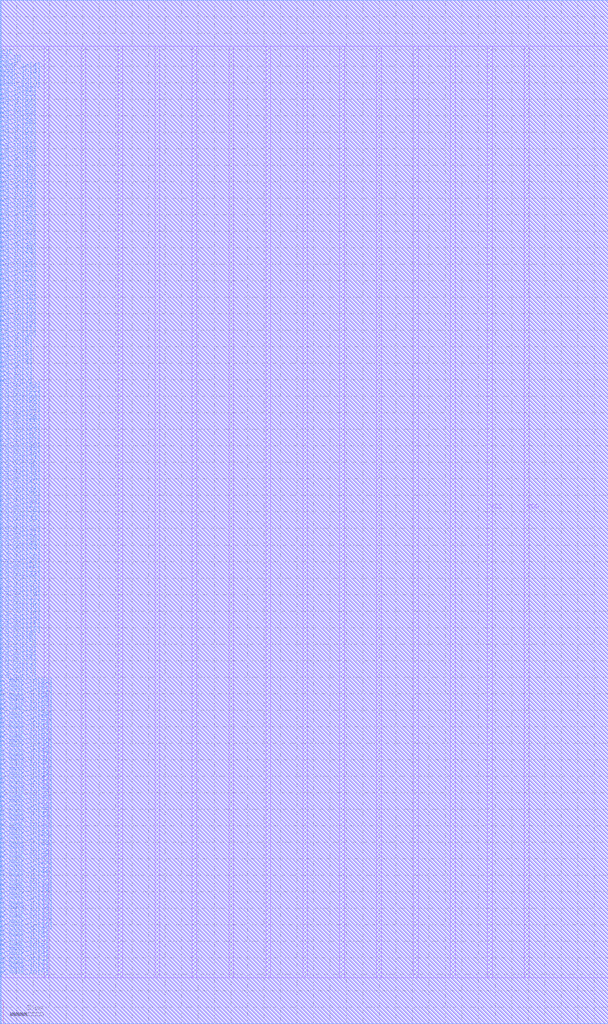
<source format=lef>
VERSION 5.7 ;
BUSBITCHARS "[]" ;
MACRO fakeram45_32x64_bottom
  FOREIGN fakeram45_32x64_bottom 0 0 ;
  SYMMETRY X Y R90 ;
  SIZE 0.19 BY 1.4 ;
  CLASS BLOCK ;
  PIN w_mask_in[0]
    DIRECTION INPUT ;
    USE SIGNAL ;
    SHAPE ABUTMENT ;
    PORT
      LAYER metal3 ;
      RECT 0.000 2.800 0.070 2.870 ;
    END
  END w_mask_in[0]
  PIN w_mask_in[1]
    DIRECTION INPUT ;
    USE SIGNAL ;
    SHAPE ABUTMENT ;
    PORT
      LAYER metal3 ;
      RECT 0.000 3.080 0.070 3.150 ;
    END
  END w_mask_in[1]
  PIN w_mask_in[2]
    DIRECTION INPUT ;
    USE SIGNAL ;
    SHAPE ABUTMENT ;
    PORT
      LAYER metal3 ;
      RECT 0.000 3.360 0.070 3.430 ;
    END
  END w_mask_in[2]
  PIN w_mask_in[3]
    DIRECTION INPUT ;
    USE SIGNAL ;
    SHAPE ABUTMENT ;
    PORT
      LAYER metal3 ;
      RECT 0.000 3.640 0.070 3.710 ;
    END
  END w_mask_in[3]
  PIN w_mask_in[4]
    DIRECTION INPUT ;
    USE SIGNAL ;
    SHAPE ABUTMENT ;
    PORT
      LAYER metal3 ;
      RECT 0.000 3.920 0.070 3.990 ;
    END
  END w_mask_in[4]
  PIN w_mask_in[5]
    DIRECTION INPUT ;
    USE SIGNAL ;
    SHAPE ABUTMENT ;
    PORT
      LAYER metal3 ;
      RECT 0.000 4.200 0.070 4.270 ;
    END
  END w_mask_in[5]
  PIN w_mask_in[6]
    DIRECTION INPUT ;
    USE SIGNAL ;
    SHAPE ABUTMENT ;
    PORT
      LAYER metal3 ;
      RECT 0.000 4.480 0.070 4.550 ;
    END
  END w_mask_in[6]
  PIN w_mask_in[7]
    DIRECTION INPUT ;
    USE SIGNAL ;
    SHAPE ABUTMENT ;
    PORT
      LAYER metal3 ;
      RECT 0.000 4.760 0.070 4.830 ;
    END
  END w_mask_in[7]
  PIN w_mask_in[8]
    DIRECTION INPUT ;
    USE SIGNAL ;
    SHAPE ABUTMENT ;
    PORT
      LAYER metal3 ;
      RECT 0.000 5.040 0.070 5.110 ;
    END
  END w_mask_in[8]
  PIN w_mask_in[9]
    DIRECTION INPUT ;
    USE SIGNAL ;
    SHAPE ABUTMENT ;
    PORT
      LAYER metal3 ;
      RECT 0.000 5.320 0.070 5.390 ;
    END
  END w_mask_in[9]
  PIN w_mask_in[10]
    DIRECTION INPUT ;
    USE SIGNAL ;
    SHAPE ABUTMENT ;
    PORT
      LAYER metal3 ;
      RECT 0.000 5.600 0.070 5.670 ;
    END
  END w_mask_in[10]
  PIN w_mask_in[11]
    DIRECTION INPUT ;
    USE SIGNAL ;
    SHAPE ABUTMENT ;
    PORT
      LAYER metal3 ;
      RECT 0.000 5.880 0.070 5.950 ;
    END
  END w_mask_in[11]
  PIN w_mask_in[12]
    DIRECTION INPUT ;
    USE SIGNAL ;
    SHAPE ABUTMENT ;
    PORT
      LAYER metal3 ;
      RECT 0.000 6.160 0.070 6.230 ;
    END
  END w_mask_in[12]
  PIN w_mask_in[13]
    DIRECTION INPUT ;
    USE SIGNAL ;
    SHAPE ABUTMENT ;
    PORT
      LAYER metal3 ;
      RECT 0.000 6.440 0.070 6.510 ;
    END
  END w_mask_in[13]
  PIN w_mask_in[14]
    DIRECTION INPUT ;
    USE SIGNAL ;
    SHAPE ABUTMENT ;
    PORT
      LAYER metal3 ;
      RECT 0.000 6.720 0.070 6.790 ;
    END
  END w_mask_in[14]
  PIN w_mask_in[15]
    DIRECTION INPUT ;
    USE SIGNAL ;
    SHAPE ABUTMENT ;
    PORT
      LAYER metal3 ;
      RECT 0.000 7.000 0.070 7.070 ;
    END
  END w_mask_in[15]
  PIN w_mask_in[16]
    DIRECTION INPUT ;
    USE SIGNAL ;
    SHAPE ABUTMENT ;
    PORT
      LAYER metal3 ;
      RECT 0.000 7.280 0.070 7.350 ;
    END
  END w_mask_in[16]
  PIN w_mask_in[17]
    DIRECTION INPUT ;
    USE SIGNAL ;
    SHAPE ABUTMENT ;
    PORT
      LAYER metal3 ;
      RECT 0.000 7.560 0.070 7.630 ;
    END
  END w_mask_in[17]
  PIN w_mask_in[18]
    DIRECTION INPUT ;
    USE SIGNAL ;
    SHAPE ABUTMENT ;
    PORT
      LAYER metal3 ;
      RECT 0.000 7.840 0.070 7.910 ;
    END
  END w_mask_in[18]
  PIN w_mask_in[19]
    DIRECTION INPUT ;
    USE SIGNAL ;
    SHAPE ABUTMENT ;
    PORT
      LAYER metal3 ;
      RECT 0.000 8.120 0.070 8.190 ;
    END
  END w_mask_in[19]
  PIN w_mask_in[20]
    DIRECTION INPUT ;
    USE SIGNAL ;
    SHAPE ABUTMENT ;
    PORT
      LAYER metal3 ;
      RECT 0.000 8.400 0.070 8.470 ;
    END
  END w_mask_in[20]
  PIN w_mask_in[21]
    DIRECTION INPUT ;
    USE SIGNAL ;
    SHAPE ABUTMENT ;
    PORT
      LAYER metal3 ;
      RECT 0.000 8.680 0.070 8.750 ;
    END
  END w_mask_in[21]
  PIN w_mask_in[22]
    DIRECTION INPUT ;
    USE SIGNAL ;
    SHAPE ABUTMENT ;
    PORT
      LAYER metal3 ;
      RECT 0.000 8.960 0.070 9.030 ;
    END
  END w_mask_in[22]
  PIN w_mask_in[23]
    DIRECTION INPUT ;
    USE SIGNAL ;
    SHAPE ABUTMENT ;
    PORT
      LAYER metal3 ;
      RECT 0.000 9.240 0.070 9.310 ;
    END
  END w_mask_in[23]
  PIN w_mask_in[24]
    DIRECTION INPUT ;
    USE SIGNAL ;
    SHAPE ABUTMENT ;
    PORT
      LAYER metal3 ;
      RECT 0.000 9.520 0.070 9.590 ;
    END
  END w_mask_in[24]
  PIN w_mask_in[25]
    DIRECTION INPUT ;
    USE SIGNAL ;
    SHAPE ABUTMENT ;
    PORT
      LAYER metal3 ;
      RECT 0.000 9.800 0.070 9.870 ;
    END
  END w_mask_in[25]
  PIN w_mask_in[26]
    DIRECTION INPUT ;
    USE SIGNAL ;
    SHAPE ABUTMENT ;
    PORT
      LAYER metal3 ;
      RECT 0.000 10.080 0.070 10.150 ;
    END
  END w_mask_in[26]
  PIN w_mask_in[27]
    DIRECTION INPUT ;
    USE SIGNAL ;
    SHAPE ABUTMENT ;
    PORT
      LAYER metal3 ;
      RECT 0.000 10.360 0.070 10.430 ;
    END
  END w_mask_in[27]
  PIN w_mask_in[28]
    DIRECTION INPUT ;
    USE SIGNAL ;
    SHAPE ABUTMENT ;
    PORT
      LAYER metal3 ;
      RECT 0.000 10.640 0.070 10.710 ;
    END
  END w_mask_in[28]
  PIN w_mask_in[29]
    DIRECTION INPUT ;
    USE SIGNAL ;
    SHAPE ABUTMENT ;
    PORT
      LAYER metal3 ;
      RECT 0.000 10.920 0.070 10.990 ;
    END
  END w_mask_in[29]
  PIN w_mask_in[30]
    DIRECTION INPUT ;
    USE SIGNAL ;
    SHAPE ABUTMENT ;
    PORT
      LAYER metal3 ;
      RECT 0.000 11.200 0.070 11.270 ;
    END
  END w_mask_in[30]
  PIN w_mask_in[31]
    DIRECTION INPUT ;
    USE SIGNAL ;
    SHAPE ABUTMENT ;
    PORT
      LAYER metal3 ;
      RECT 0.000 11.480 0.070 11.550 ;
    END
  END w_mask_in[31]
  PIN w_mask_in[32]
    DIRECTION INPUT ;
    USE SIGNAL ;
    SHAPE ABUTMENT ;
    PORT
      LAYER metal3 ;
      RECT 0.000 11.760 0.070 11.830 ;
    END
  END w_mask_in[32]
  PIN w_mask_in[33]
    DIRECTION INPUT ;
    USE SIGNAL ;
    SHAPE ABUTMENT ;
    PORT
      LAYER metal3 ;
      RECT 0.000 12.040 0.070 12.110 ;
    END
  END w_mask_in[33]
  PIN w_mask_in[34]
    DIRECTION INPUT ;
    USE SIGNAL ;
    SHAPE ABUTMENT ;
    PORT
      LAYER metal3 ;
      RECT 0.000 12.320 0.070 12.390 ;
    END
  END w_mask_in[34]
  PIN w_mask_in[35]
    DIRECTION INPUT ;
    USE SIGNAL ;
    SHAPE ABUTMENT ;
    PORT
      LAYER metal3 ;
      RECT 0.000 12.600 0.070 12.670 ;
    END
  END w_mask_in[35]
  PIN w_mask_in[36]
    DIRECTION INPUT ;
    USE SIGNAL ;
    SHAPE ABUTMENT ;
    PORT
      LAYER metal3 ;
      RECT 0.000 12.880 0.070 12.950 ;
    END
  END w_mask_in[36]
  PIN w_mask_in[37]
    DIRECTION INPUT ;
    USE SIGNAL ;
    SHAPE ABUTMENT ;
    PORT
      LAYER metal3 ;
      RECT 0.000 13.160 0.070 13.230 ;
    END
  END w_mask_in[37]
  PIN w_mask_in[38]
    DIRECTION INPUT ;
    USE SIGNAL ;
    SHAPE ABUTMENT ;
    PORT
      LAYER metal3 ;
      RECT 0.000 13.440 0.070 13.510 ;
    END
  END w_mask_in[38]
  PIN w_mask_in[39]
    DIRECTION INPUT ;
    USE SIGNAL ;
    SHAPE ABUTMENT ;
    PORT
      LAYER metal3 ;
      RECT 0.000 13.720 0.070 13.790 ;
    END
  END w_mask_in[39]
  PIN w_mask_in[40]
    DIRECTION INPUT ;
    USE SIGNAL ;
    SHAPE ABUTMENT ;
    PORT
      LAYER metal3 ;
      RECT 0.000 14.000 0.070 14.070 ;
    END
  END w_mask_in[40]
  PIN w_mask_in[41]
    DIRECTION INPUT ;
    USE SIGNAL ;
    SHAPE ABUTMENT ;
    PORT
      LAYER metal3 ;
      RECT 0.000 14.280 0.070 14.350 ;
    END
  END w_mask_in[41]
  PIN w_mask_in[42]
    DIRECTION INPUT ;
    USE SIGNAL ;
    SHAPE ABUTMENT ;
    PORT
      LAYER metal3 ;
      RECT 0.000 14.560 0.070 14.630 ;
    END
  END w_mask_in[42]
  PIN w_mask_in[43]
    DIRECTION INPUT ;
    USE SIGNAL ;
    SHAPE ABUTMENT ;
    PORT
      LAYER metal3 ;
      RECT 0.000 14.840 0.070 14.910 ;
    END
  END w_mask_in[43]
  PIN w_mask_in[44]
    DIRECTION INPUT ;
    USE SIGNAL ;
    SHAPE ABUTMENT ;
    PORT
      LAYER metal3 ;
      RECT 0.000 15.120 0.070 15.190 ;
    END
  END w_mask_in[44]
  PIN w_mask_in[45]
    DIRECTION INPUT ;
    USE SIGNAL ;
    SHAPE ABUTMENT ;
    PORT
      LAYER metal3 ;
      RECT 0.000 15.400 0.070 15.470 ;
    END
  END w_mask_in[45]
  PIN w_mask_in[46]
    DIRECTION INPUT ;
    USE SIGNAL ;
    SHAPE ABUTMENT ;
    PORT
      LAYER metal3 ;
      RECT 0.000 15.680 0.070 15.750 ;
    END
  END w_mask_in[46]
  PIN w_mask_in[47]
    DIRECTION INPUT ;
    USE SIGNAL ;
    SHAPE ABUTMENT ;
    PORT
      LAYER metal3 ;
      RECT 0.000 15.960 0.070 16.030 ;
    END
  END w_mask_in[47]
  PIN w_mask_in[48]
    DIRECTION INPUT ;
    USE SIGNAL ;
    SHAPE ABUTMENT ;
    PORT
      LAYER metal3 ;
      RECT 0.000 16.240 0.070 16.310 ;
    END
  END w_mask_in[48]
  PIN w_mask_in[49]
    DIRECTION INPUT ;
    USE SIGNAL ;
    SHAPE ABUTMENT ;
    PORT
      LAYER metal3 ;
      RECT 0.000 16.520 0.070 16.590 ;
    END
  END w_mask_in[49]
  PIN w_mask_in[50]
    DIRECTION INPUT ;
    USE SIGNAL ;
    SHAPE ABUTMENT ;
    PORT
      LAYER metal3 ;
      RECT 0.000 16.800 0.070 16.870 ;
    END
  END w_mask_in[50]
  PIN w_mask_in[51]
    DIRECTION INPUT ;
    USE SIGNAL ;
    SHAPE ABUTMENT ;
    PORT
      LAYER metal3 ;
      RECT 0.000 17.080 0.070 17.150 ;
    END
  END w_mask_in[51]
  PIN w_mask_in[52]
    DIRECTION INPUT ;
    USE SIGNAL ;
    SHAPE ABUTMENT ;
    PORT
      LAYER metal3 ;
      RECT 0.000 17.360 0.070 17.430 ;
    END
  END w_mask_in[52]
  PIN w_mask_in[53]
    DIRECTION INPUT ;
    USE SIGNAL ;
    SHAPE ABUTMENT ;
    PORT
      LAYER metal3 ;
      RECT 0.000 17.640 0.070 17.710 ;
    END
  END w_mask_in[53]
  PIN w_mask_in[54]
    DIRECTION INPUT ;
    USE SIGNAL ;
    SHAPE ABUTMENT ;
    PORT
      LAYER metal3 ;
      RECT 0.000 17.920 0.070 17.990 ;
    END
  END w_mask_in[54]
  PIN w_mask_in[55]
    DIRECTION INPUT ;
    USE SIGNAL ;
    SHAPE ABUTMENT ;
    PORT
      LAYER metal3 ;
      RECT 0.000 18.200 0.070 18.270 ;
    END
  END w_mask_in[55]
  PIN w_mask_in[56]
    DIRECTION INPUT ;
    USE SIGNAL ;
    SHAPE ABUTMENT ;
    PORT
      LAYER metal3 ;
      RECT 0.000 18.480 0.070 18.550 ;
    END
  END w_mask_in[56]
  PIN w_mask_in[57]
    DIRECTION INPUT ;
    USE SIGNAL ;
    SHAPE ABUTMENT ;
    PORT
      LAYER metal3 ;
      RECT 0.000 18.760 0.070 18.830 ;
    END
  END w_mask_in[57]
  PIN w_mask_in[58]
    DIRECTION INPUT ;
    USE SIGNAL ;
    SHAPE ABUTMENT ;
    PORT
      LAYER metal3 ;
      RECT 0.000 19.040 0.070 19.110 ;
    END
  END w_mask_in[58]
  PIN w_mask_in[59]
    DIRECTION INPUT ;
    USE SIGNAL ;
    SHAPE ABUTMENT ;
    PORT
      LAYER metal3 ;
      RECT 0.000 19.320 0.070 19.390 ;
    END
  END w_mask_in[59]
  PIN w_mask_in[60]
    DIRECTION INPUT ;
    USE SIGNAL ;
    SHAPE ABUTMENT ;
    PORT
      LAYER metal3 ;
      RECT 0.000 19.600 0.070 19.670 ;
    END
  END w_mask_in[60]
  PIN w_mask_in[61]
    DIRECTION INPUT ;
    USE SIGNAL ;
    SHAPE ABUTMENT ;
    PORT
      LAYER metal3 ;
      RECT 0.000 19.880 0.070 19.950 ;
    END
  END w_mask_in[61]
  PIN w_mask_in[62]
    DIRECTION INPUT ;
    USE SIGNAL ;
    SHAPE ABUTMENT ;
    PORT
      LAYER metal3 ;
      RECT 0.000 20.160 0.070 20.230 ;
    END
  END w_mask_in[62]
  PIN w_mask_in[63]
    DIRECTION INPUT ;
    USE SIGNAL ;
    SHAPE ABUTMENT ;
    PORT
      LAYER metal3 ;
      RECT 0.000 20.440 0.070 20.510 ;
    END
  END w_mask_in[63]
  PIN rd_out[0]
    DIRECTION OUTPUT ;
    USE SIGNAL ;
    SHAPE ABUTMENT ;
    PORT
      LAYER metal3 ;
      RECT 0.000 20.720 0.070 20.790 ;
    END
  END rd_out[0]
  PIN rd_out[1]
    DIRECTION OUTPUT ;
    USE SIGNAL ;
    SHAPE ABUTMENT ;
    PORT
      LAYER metal3 ;
      RECT 0.000 21.000 0.070 21.070 ;
    END
  END rd_out[1]
  PIN rd_out[2]
    DIRECTION OUTPUT ;
    USE SIGNAL ;
    SHAPE ABUTMENT ;
    PORT
      LAYER metal3 ;
      RECT 0.000 21.280 0.070 21.350 ;
    END
  END rd_out[2]
  PIN rd_out[3]
    DIRECTION OUTPUT ;
    USE SIGNAL ;
    SHAPE ABUTMENT ;
    PORT
      LAYER metal3 ;
      RECT 0.000 21.560 0.070 21.630 ;
    END
  END rd_out[3]
  PIN rd_out[4]
    DIRECTION OUTPUT ;
    USE SIGNAL ;
    SHAPE ABUTMENT ;
    PORT
      LAYER metal3 ;
      RECT 0.000 21.840 0.070 21.910 ;
    END
  END rd_out[4]
  PIN rd_out[5]
    DIRECTION OUTPUT ;
    USE SIGNAL ;
    SHAPE ABUTMENT ;
    PORT
      LAYER metal3 ;
      RECT 0.000 22.120 0.070 22.190 ;
    END
  END rd_out[5]
  PIN rd_out[6]
    DIRECTION OUTPUT ;
    USE SIGNAL ;
    SHAPE ABUTMENT ;
    PORT
      LAYER metal3 ;
      RECT 0.000 22.400 0.070 22.470 ;
    END
  END rd_out[6]
  PIN rd_out[7]
    DIRECTION OUTPUT ;
    USE SIGNAL ;
    SHAPE ABUTMENT ;
    PORT
      LAYER metal3 ;
      RECT 0.000 22.680 0.070 22.750 ;
    END
  END rd_out[7]
  PIN rd_out[8]
    DIRECTION OUTPUT ;
    USE SIGNAL ;
    SHAPE ABUTMENT ;
    PORT
      LAYER metal3 ;
      RECT 0.000 22.960 0.070 23.030 ;
    END
  END rd_out[8]
  PIN rd_out[9]
    DIRECTION OUTPUT ;
    USE SIGNAL ;
    SHAPE ABUTMENT ;
    PORT
      LAYER metal3 ;
      RECT 0.000 23.240 0.070 23.310 ;
    END
  END rd_out[9]
  PIN rd_out[10]
    DIRECTION OUTPUT ;
    USE SIGNAL ;
    SHAPE ABUTMENT ;
    PORT
      LAYER metal3 ;
      RECT 0.000 23.520 0.070 23.590 ;
    END
  END rd_out[10]
  PIN rd_out[11]
    DIRECTION OUTPUT ;
    USE SIGNAL ;
    SHAPE ABUTMENT ;
    PORT
      LAYER metal3 ;
      RECT 0.000 23.800 0.070 23.870 ;
    END
  END rd_out[11]
  PIN rd_out[12]
    DIRECTION OUTPUT ;
    USE SIGNAL ;
    SHAPE ABUTMENT ;
    PORT
      LAYER metal3 ;
      RECT 0.000 24.080 0.070 24.150 ;
    END
  END rd_out[12]
  PIN rd_out[13]
    DIRECTION OUTPUT ;
    USE SIGNAL ;
    SHAPE ABUTMENT ;
    PORT
      LAYER metal3 ;
      RECT 0.000 24.360 0.070 24.430 ;
    END
  END rd_out[13]
  PIN rd_out[14]
    DIRECTION OUTPUT ;
    USE SIGNAL ;
    SHAPE ABUTMENT ;
    PORT
      LAYER metal3 ;
      RECT 0.000 24.640 0.070 24.710 ;
    END
  END rd_out[14]
  PIN rd_out[15]
    DIRECTION OUTPUT ;
    USE SIGNAL ;
    SHAPE ABUTMENT ;
    PORT
      LAYER metal3 ;
      RECT 0.000 24.920 0.070 24.990 ;
    END
  END rd_out[15]
  PIN rd_out[16]
    DIRECTION OUTPUT ;
    USE SIGNAL ;
    SHAPE ABUTMENT ;
    PORT
      LAYER metal3 ;
      RECT 0.000 25.200 0.070 25.270 ;
    END
  END rd_out[16]
  PIN rd_out[17]
    DIRECTION OUTPUT ;
    USE SIGNAL ;
    SHAPE ABUTMENT ;
    PORT
      LAYER metal3 ;
      RECT 0.000 25.480 0.070 25.550 ;
    END
  END rd_out[17]
  PIN rd_out[18]
    DIRECTION OUTPUT ;
    USE SIGNAL ;
    SHAPE ABUTMENT ;
    PORT
      LAYER metal3 ;
      RECT 0.000 25.760 0.070 25.830 ;
    END
  END rd_out[18]
  PIN rd_out[19]
    DIRECTION OUTPUT ;
    USE SIGNAL ;
    SHAPE ABUTMENT ;
    PORT
      LAYER metal3 ;
      RECT 0.000 26.040 0.070 26.110 ;
    END
  END rd_out[19]
  PIN rd_out[20]
    DIRECTION OUTPUT ;
    USE SIGNAL ;
    SHAPE ABUTMENT ;
    PORT
      LAYER metal3 ;
      RECT 0.000 26.320 0.070 26.390 ;
    END
  END rd_out[20]
  PIN rd_out[21]
    DIRECTION OUTPUT ;
    USE SIGNAL ;
    SHAPE ABUTMENT ;
    PORT
      LAYER metal3 ;
      RECT 0.000 26.600 0.070 26.670 ;
    END
  END rd_out[21]
  PIN rd_out[22]
    DIRECTION OUTPUT ;
    USE SIGNAL ;
    SHAPE ABUTMENT ;
    PORT
      LAYER metal3 ;
      RECT 0.000 26.880 0.070 26.950 ;
    END
  END rd_out[22]
  PIN rd_out[23]
    DIRECTION OUTPUT ;
    USE SIGNAL ;
    SHAPE ABUTMENT ;
    PORT
      LAYER metal3 ;
      RECT 0.000 27.160 0.070 27.230 ;
    END
  END rd_out[23]
  PIN rd_out[24]
    DIRECTION OUTPUT ;
    USE SIGNAL ;
    SHAPE ABUTMENT ;
    PORT
      LAYER metal3 ;
      RECT 0.000 27.440 0.070 27.510 ;
    END
  END rd_out[24]
  PIN rd_out[25]
    DIRECTION OUTPUT ;
    USE SIGNAL ;
    SHAPE ABUTMENT ;
    PORT
      LAYER metal3 ;
      RECT 0.000 27.720 0.070 27.790 ;
    END
  END rd_out[25]
  PIN rd_out[26]
    DIRECTION OUTPUT ;
    USE SIGNAL ;
    SHAPE ABUTMENT ;
    PORT
      LAYER metal3 ;
      RECT 0.000 28.000 0.070 28.070 ;
    END
  END rd_out[26]
  PIN rd_out[27]
    DIRECTION OUTPUT ;
    USE SIGNAL ;
    SHAPE ABUTMENT ;
    PORT
      LAYER metal3 ;
      RECT 0.000 28.280 0.070 28.350 ;
    END
  END rd_out[27]
  PIN rd_out[28]
    DIRECTION OUTPUT ;
    USE SIGNAL ;
    SHAPE ABUTMENT ;
    PORT
      LAYER metal3 ;
      RECT 0.000 28.560 0.070 28.630 ;
    END
  END rd_out[28]
  PIN rd_out[29]
    DIRECTION OUTPUT ;
    USE SIGNAL ;
    SHAPE ABUTMENT ;
    PORT
      LAYER metal3 ;
      RECT 0.000 28.840 0.070 28.910 ;
    END
  END rd_out[29]
  PIN rd_out[30]
    DIRECTION OUTPUT ;
    USE SIGNAL ;
    SHAPE ABUTMENT ;
    PORT
      LAYER metal3 ;
      RECT 0.000 29.120 0.070 29.190 ;
    END
  END rd_out[30]
  PIN rd_out[31]
    DIRECTION OUTPUT ;
    USE SIGNAL ;
    SHAPE ABUTMENT ;
    PORT
      LAYER metal3 ;
      RECT 0.000 29.400 0.070 29.470 ;
    END
  END rd_out[31]
  PIN rd_out[32]
    DIRECTION OUTPUT ;
    USE SIGNAL ;
    SHAPE ABUTMENT ;
    PORT
      LAYER metal3 ;
      RECT 0.000 29.680 0.070 29.750 ;
    END
  END rd_out[32]
  PIN rd_out[33]
    DIRECTION OUTPUT ;
    USE SIGNAL ;
    SHAPE ABUTMENT ;
    PORT
      LAYER metal3 ;
      RECT 0.000 29.960 0.070 30.030 ;
    END
  END rd_out[33]
  PIN rd_out[34]
    DIRECTION OUTPUT ;
    USE SIGNAL ;
    SHAPE ABUTMENT ;
    PORT
      LAYER metal3 ;
      RECT 0.000 30.240 0.070 30.310 ;
    END
  END rd_out[34]
  PIN rd_out[35]
    DIRECTION OUTPUT ;
    USE SIGNAL ;
    SHAPE ABUTMENT ;
    PORT
      LAYER metal3 ;
      RECT 0.000 30.520 0.070 30.590 ;
    END
  END rd_out[35]
  PIN rd_out[36]
    DIRECTION OUTPUT ;
    USE SIGNAL ;
    SHAPE ABUTMENT ;
    PORT
      LAYER metal3 ;
      RECT 0.000 30.800 0.070 30.870 ;
    END
  END rd_out[36]
  PIN rd_out[37]
    DIRECTION OUTPUT ;
    USE SIGNAL ;
    SHAPE ABUTMENT ;
    PORT
      LAYER metal3 ;
      RECT 0.000 31.080 0.070 31.150 ;
    END
  END rd_out[37]
  PIN rd_out[38]
    DIRECTION OUTPUT ;
    USE SIGNAL ;
    SHAPE ABUTMENT ;
    PORT
      LAYER metal3 ;
      RECT 0.000 31.360 0.070 31.430 ;
    END
  END rd_out[38]
  PIN rd_out[39]
    DIRECTION OUTPUT ;
    USE SIGNAL ;
    SHAPE ABUTMENT ;
    PORT
      LAYER metal3 ;
      RECT 0.000 31.640 0.070 31.710 ;
    END
  END rd_out[39]
  PIN rd_out[40]
    DIRECTION OUTPUT ;
    USE SIGNAL ;
    SHAPE ABUTMENT ;
    PORT
      LAYER metal3 ;
      RECT 0.000 31.920 0.070 31.990 ;
    END
  END rd_out[40]
  PIN rd_out[41]
    DIRECTION OUTPUT ;
    USE SIGNAL ;
    SHAPE ABUTMENT ;
    PORT
      LAYER metal3 ;
      RECT 0.000 32.200 0.070 32.270 ;
    END
  END rd_out[41]
  PIN rd_out[42]
    DIRECTION OUTPUT ;
    USE SIGNAL ;
    SHAPE ABUTMENT ;
    PORT
      LAYER metal3 ;
      RECT 0.000 32.480 0.070 32.550 ;
    END
  END rd_out[42]
  PIN rd_out[43]
    DIRECTION OUTPUT ;
    USE SIGNAL ;
    SHAPE ABUTMENT ;
    PORT
      LAYER metal3 ;
      RECT 0.000 32.760 0.070 32.830 ;
    END
  END rd_out[43]
  PIN rd_out[44]
    DIRECTION OUTPUT ;
    USE SIGNAL ;
    SHAPE ABUTMENT ;
    PORT
      LAYER metal3 ;
      RECT 0.000 33.040 0.070 33.110 ;
    END
  END rd_out[44]
  PIN rd_out[45]
    DIRECTION OUTPUT ;
    USE SIGNAL ;
    SHAPE ABUTMENT ;
    PORT
      LAYER metal3 ;
      RECT 0.000 33.320 0.070 33.390 ;
    END
  END rd_out[45]
  PIN rd_out[46]
    DIRECTION OUTPUT ;
    USE SIGNAL ;
    SHAPE ABUTMENT ;
    PORT
      LAYER metal3 ;
      RECT 0.000 33.600 0.070 33.670 ;
    END
  END rd_out[46]
  PIN rd_out[47]
    DIRECTION OUTPUT ;
    USE SIGNAL ;
    SHAPE ABUTMENT ;
    PORT
      LAYER metal3 ;
      RECT 0.000 33.880 0.070 33.950 ;
    END
  END rd_out[47]
  PIN rd_out[48]
    DIRECTION OUTPUT ;
    USE SIGNAL ;
    SHAPE ABUTMENT ;
    PORT
      LAYER metal3 ;
      RECT 0.000 34.160 0.070 34.230 ;
    END
  END rd_out[48]
  PIN rd_out[49]
    DIRECTION OUTPUT ;
    USE SIGNAL ;
    SHAPE ABUTMENT ;
    PORT
      LAYER metal3 ;
      RECT 0.000 34.440 0.070 34.510 ;
    END
  END rd_out[49]
  PIN rd_out[50]
    DIRECTION OUTPUT ;
    USE SIGNAL ;
    SHAPE ABUTMENT ;
    PORT
      LAYER metal3 ;
      RECT 0.000 34.720 0.070 34.790 ;
    END
  END rd_out[50]
  PIN rd_out[51]
    DIRECTION OUTPUT ;
    USE SIGNAL ;
    SHAPE ABUTMENT ;
    PORT
      LAYER metal3 ;
      RECT 0.000 35.000 0.070 35.070 ;
    END
  END rd_out[51]
  PIN rd_out[52]
    DIRECTION OUTPUT ;
    USE SIGNAL ;
    SHAPE ABUTMENT ;
    PORT
      LAYER metal3 ;
      RECT 0.000 35.280 0.070 35.350 ;
    END
  END rd_out[52]
  PIN rd_out[53]
    DIRECTION OUTPUT ;
    USE SIGNAL ;
    SHAPE ABUTMENT ;
    PORT
      LAYER metal3 ;
      RECT 0.000 35.560 0.070 35.630 ;
    END
  END rd_out[53]
  PIN rd_out[54]
    DIRECTION OUTPUT ;
    USE SIGNAL ;
    SHAPE ABUTMENT ;
    PORT
      LAYER metal3 ;
      RECT 0.000 35.840 0.070 35.910 ;
    END
  END rd_out[54]
  PIN rd_out[55]
    DIRECTION OUTPUT ;
    USE SIGNAL ;
    SHAPE ABUTMENT ;
    PORT
      LAYER metal3 ;
      RECT 0.000 36.120 0.070 36.190 ;
    END
  END rd_out[55]
  PIN rd_out[56]
    DIRECTION OUTPUT ;
    USE SIGNAL ;
    SHAPE ABUTMENT ;
    PORT
      LAYER metal3 ;
      RECT 0.000 36.400 0.070 36.470 ;
    END
  END rd_out[56]
  PIN rd_out[57]
    DIRECTION OUTPUT ;
    USE SIGNAL ;
    SHAPE ABUTMENT ;
    PORT
      LAYER metal3 ;
      RECT 0.000 36.680 0.070 36.750 ;
    END
  END rd_out[57]
  PIN rd_out[58]
    DIRECTION OUTPUT ;
    USE SIGNAL ;
    SHAPE ABUTMENT ;
    PORT
      LAYER metal3 ;
      RECT 0.000 36.960 0.070 37.030 ;
    END
  END rd_out[58]
  PIN rd_out[59]
    DIRECTION OUTPUT ;
    USE SIGNAL ;
    SHAPE ABUTMENT ;
    PORT
      LAYER metal3 ;
      RECT 0.000 37.240 0.070 37.310 ;
    END
  END rd_out[59]
  PIN rd_out[60]
    DIRECTION OUTPUT ;
    USE SIGNAL ;
    SHAPE ABUTMENT ;
    PORT
      LAYER metal3 ;
      RECT 0.000 37.520 0.070 37.590 ;
    END
  END rd_out[60]
  PIN rd_out[61]
    DIRECTION OUTPUT ;
    USE SIGNAL ;
    SHAPE ABUTMENT ;
    PORT
      LAYER metal3 ;
      RECT 0.000 37.800 0.070 37.870 ;
    END
  END rd_out[61]
  PIN rd_out[62]
    DIRECTION OUTPUT ;
    USE SIGNAL ;
    SHAPE ABUTMENT ;
    PORT
      LAYER metal3 ;
      RECT 0.000 38.080 0.070 38.150 ;
    END
  END rd_out[62]
  PIN rd_out[63]
    DIRECTION OUTPUT ;
    USE SIGNAL ;
    SHAPE ABUTMENT ;
    PORT
      LAYER metal3 ;
      RECT 0.000 38.360 0.070 38.430 ;
    END
  END rd_out[63]
  PIN wd_in[0]
    DIRECTION INPUT ;
    USE SIGNAL ;
    SHAPE ABUTMENT ;
    PORT
      LAYER metal3 ;
      RECT 0.000 38.640 0.070 38.710 ;
    END
  END wd_in[0]
  PIN wd_in[1]
    DIRECTION INPUT ;
    USE SIGNAL ;
    SHAPE ABUTMENT ;
    PORT
      LAYER metal3 ;
      RECT 0.000 38.920 0.070 38.990 ;
    END
  END wd_in[1]
  PIN wd_in[2]
    DIRECTION INPUT ;
    USE SIGNAL ;
    SHAPE ABUTMENT ;
    PORT
      LAYER metal3 ;
      RECT 0.000 39.200 0.070 39.270 ;
    END
  END wd_in[2]
  PIN wd_in[3]
    DIRECTION INPUT ;
    USE SIGNAL ;
    SHAPE ABUTMENT ;
    PORT
      LAYER metal3 ;
      RECT 0.000 39.480 0.070 39.550 ;
    END
  END wd_in[3]
  PIN wd_in[4]
    DIRECTION INPUT ;
    USE SIGNAL ;
    SHAPE ABUTMENT ;
    PORT
      LAYER metal3 ;
      RECT 0.000 39.760 0.070 39.830 ;
    END
  END wd_in[4]
  PIN wd_in[5]
    DIRECTION INPUT ;
    USE SIGNAL ;
    SHAPE ABUTMENT ;
    PORT
      LAYER metal3 ;
      RECT 0.000 40.040 0.070 40.110 ;
    END
  END wd_in[5]
  PIN wd_in[6]
    DIRECTION INPUT ;
    USE SIGNAL ;
    SHAPE ABUTMENT ;
    PORT
      LAYER metal3 ;
      RECT 0.000 40.320 0.070 40.390 ;
    END
  END wd_in[6]
  PIN wd_in[7]
    DIRECTION INPUT ;
    USE SIGNAL ;
    SHAPE ABUTMENT ;
    PORT
      LAYER metal3 ;
      RECT 0.000 40.600 0.070 40.670 ;
    END
  END wd_in[7]
  PIN wd_in[8]
    DIRECTION INPUT ;
    USE SIGNAL ;
    SHAPE ABUTMENT ;
    PORT
      LAYER metal3 ;
      RECT 0.000 40.880 0.070 40.950 ;
    END
  END wd_in[8]
  PIN wd_in[9]
    DIRECTION INPUT ;
    USE SIGNAL ;
    SHAPE ABUTMENT ;
    PORT
      LAYER metal3 ;
      RECT 0.000 41.160 0.070 41.230 ;
    END
  END wd_in[9]
  PIN wd_in[10]
    DIRECTION INPUT ;
    USE SIGNAL ;
    SHAPE ABUTMENT ;
    PORT
      LAYER metal3 ;
      RECT 0.000 41.440 0.070 41.510 ;
    END
  END wd_in[10]
  PIN wd_in[11]
    DIRECTION INPUT ;
    USE SIGNAL ;
    SHAPE ABUTMENT ;
    PORT
      LAYER metal3 ;
      RECT 0.000 41.720 0.070 41.790 ;
    END
  END wd_in[11]
  PIN wd_in[12]
    DIRECTION INPUT ;
    USE SIGNAL ;
    SHAPE ABUTMENT ;
    PORT
      LAYER metal3 ;
      RECT 0.000 42.000 0.070 42.070 ;
    END
  END wd_in[12]
  PIN wd_in[13]
    DIRECTION INPUT ;
    USE SIGNAL ;
    SHAPE ABUTMENT ;
    PORT
      LAYER metal3 ;
      RECT 0.000 42.280 0.070 42.350 ;
    END
  END wd_in[13]
  PIN wd_in[14]
    DIRECTION INPUT ;
    USE SIGNAL ;
    SHAPE ABUTMENT ;
    PORT
      LAYER metal3 ;
      RECT 0.000 42.560 0.070 42.630 ;
    END
  END wd_in[14]
  PIN wd_in[15]
    DIRECTION INPUT ;
    USE SIGNAL ;
    SHAPE ABUTMENT ;
    PORT
      LAYER metal3 ;
      RECT 0.000 42.840 0.070 42.910 ;
    END
  END wd_in[15]
  PIN wd_in[16]
    DIRECTION INPUT ;
    USE SIGNAL ;
    SHAPE ABUTMENT ;
    PORT
      LAYER metal3 ;
      RECT 0.000 43.120 0.070 43.190 ;
    END
  END wd_in[16]
  PIN wd_in[17]
    DIRECTION INPUT ;
    USE SIGNAL ;
    SHAPE ABUTMENT ;
    PORT
      LAYER metal3 ;
      RECT 0.000 43.400 0.070 43.470 ;
    END
  END wd_in[17]
  PIN wd_in[18]
    DIRECTION INPUT ;
    USE SIGNAL ;
    SHAPE ABUTMENT ;
    PORT
      LAYER metal3 ;
      RECT 0.000 43.680 0.070 43.750 ;
    END
  END wd_in[18]
  PIN wd_in[19]
    DIRECTION INPUT ;
    USE SIGNAL ;
    SHAPE ABUTMENT ;
    PORT
      LAYER metal3 ;
      RECT 0.000 43.960 0.070 44.030 ;
    END
  END wd_in[19]
  PIN wd_in[20]
    DIRECTION INPUT ;
    USE SIGNAL ;
    SHAPE ABUTMENT ;
    PORT
      LAYER metal3 ;
      RECT 0.000 44.240 0.070 44.310 ;
    END
  END wd_in[20]
  PIN wd_in[21]
    DIRECTION INPUT ;
    USE SIGNAL ;
    SHAPE ABUTMENT ;
    PORT
      LAYER metal3 ;
      RECT 0.000 44.520 0.070 44.590 ;
    END
  END wd_in[21]
  PIN wd_in[22]
    DIRECTION INPUT ;
    USE SIGNAL ;
    SHAPE ABUTMENT ;
    PORT
      LAYER metal3 ;
      RECT 0.000 44.800 0.070 44.870 ;
    END
  END wd_in[22]
  PIN wd_in[23]
    DIRECTION INPUT ;
    USE SIGNAL ;
    SHAPE ABUTMENT ;
    PORT
      LAYER metal3 ;
      RECT 0.000 45.080 0.070 45.150 ;
    END
  END wd_in[23]
  PIN wd_in[24]
    DIRECTION INPUT ;
    USE SIGNAL ;
    SHAPE ABUTMENT ;
    PORT
      LAYER metal3 ;
      RECT 0.000 45.360 0.070 45.430 ;
    END
  END wd_in[24]
  PIN wd_in[25]
    DIRECTION INPUT ;
    USE SIGNAL ;
    SHAPE ABUTMENT ;
    PORT
      LAYER metal3 ;
      RECT 0.000 45.640 0.070 45.710 ;
    END
  END wd_in[25]
  PIN wd_in[26]
    DIRECTION INPUT ;
    USE SIGNAL ;
    SHAPE ABUTMENT ;
    PORT
      LAYER metal3 ;
      RECT 0.000 45.920 0.070 45.990 ;
    END
  END wd_in[26]
  PIN wd_in[27]
    DIRECTION INPUT ;
    USE SIGNAL ;
    SHAPE ABUTMENT ;
    PORT
      LAYER metal3 ;
      RECT 0.000 46.200 0.070 46.270 ;
    END
  END wd_in[27]
  PIN wd_in[28]
    DIRECTION INPUT ;
    USE SIGNAL ;
    SHAPE ABUTMENT ;
    PORT
      LAYER metal3 ;
      RECT 0.000 46.480 0.070 46.550 ;
    END
  END wd_in[28]
  PIN wd_in[29]
    DIRECTION INPUT ;
    USE SIGNAL ;
    SHAPE ABUTMENT ;
    PORT
      LAYER metal3 ;
      RECT 0.000 46.760 0.070 46.830 ;
    END
  END wd_in[29]
  PIN wd_in[30]
    DIRECTION INPUT ;
    USE SIGNAL ;
    SHAPE ABUTMENT ;
    PORT
      LAYER metal3 ;
      RECT 0.000 47.040 0.070 47.110 ;
    END
  END wd_in[30]
  PIN wd_in[31]
    DIRECTION INPUT ;
    USE SIGNAL ;
    SHAPE ABUTMENT ;
    PORT
      LAYER metal3 ;
      RECT 0.000 47.320 0.070 47.390 ;
    END
  END wd_in[31]
  PIN wd_in[32]
    DIRECTION INPUT ;
    USE SIGNAL ;
    SHAPE ABUTMENT ;
    PORT
      LAYER metal3 ;
      RECT 0.000 47.600 0.070 47.670 ;
    END
  END wd_in[32]
  PIN wd_in[33]
    DIRECTION INPUT ;
    USE SIGNAL ;
    SHAPE ABUTMENT ;
    PORT
      LAYER metal3 ;
      RECT 0.000 47.880 0.070 47.950 ;
    END
  END wd_in[33]
  PIN wd_in[34]
    DIRECTION INPUT ;
    USE SIGNAL ;
    SHAPE ABUTMENT ;
    PORT
      LAYER metal3 ;
      RECT 0.000 48.160 0.070 48.230 ;
    END
  END wd_in[34]
  PIN wd_in[35]
    DIRECTION INPUT ;
    USE SIGNAL ;
    SHAPE ABUTMENT ;
    PORT
      LAYER metal3 ;
      RECT 0.000 48.440 0.070 48.510 ;
    END
  END wd_in[35]
  PIN wd_in[36]
    DIRECTION INPUT ;
    USE SIGNAL ;
    SHAPE ABUTMENT ;
    PORT
      LAYER metal3 ;
      RECT 0.000 48.720 0.070 48.790 ;
    END
  END wd_in[36]
  PIN wd_in[37]
    DIRECTION INPUT ;
    USE SIGNAL ;
    SHAPE ABUTMENT ;
    PORT
      LAYER metal3 ;
      RECT 0.000 49.000 0.070 49.070 ;
    END
  END wd_in[37]
  PIN wd_in[38]
    DIRECTION INPUT ;
    USE SIGNAL ;
    SHAPE ABUTMENT ;
    PORT
      LAYER metal3 ;
      RECT 0.000 49.280 0.070 49.350 ;
    END
  END wd_in[38]
  PIN wd_in[39]
    DIRECTION INPUT ;
    USE SIGNAL ;
    SHAPE ABUTMENT ;
    PORT
      LAYER metal3 ;
      RECT 0.000 49.560 0.070 49.630 ;
    END
  END wd_in[39]
  PIN wd_in[40]
    DIRECTION INPUT ;
    USE SIGNAL ;
    SHAPE ABUTMENT ;
    PORT
      LAYER metal3 ;
      RECT 0.000 49.840 0.070 49.910 ;
    END
  END wd_in[40]
  PIN wd_in[41]
    DIRECTION INPUT ;
    USE SIGNAL ;
    SHAPE ABUTMENT ;
    PORT
      LAYER metal3 ;
      RECT 0.000 50.120 0.070 50.190 ;
    END
  END wd_in[41]
  PIN wd_in[42]
    DIRECTION INPUT ;
    USE SIGNAL ;
    SHAPE ABUTMENT ;
    PORT
      LAYER metal3 ;
      RECT 0.000 50.400 0.070 50.470 ;
    END
  END wd_in[42]
  PIN wd_in[43]
    DIRECTION INPUT ;
    USE SIGNAL ;
    SHAPE ABUTMENT ;
    PORT
      LAYER metal3 ;
      RECT 0.000 50.680 0.070 50.750 ;
    END
  END wd_in[43]
  PIN wd_in[44]
    DIRECTION INPUT ;
    USE SIGNAL ;
    SHAPE ABUTMENT ;
    PORT
      LAYER metal3 ;
      RECT 0.000 50.960 0.070 51.030 ;
    END
  END wd_in[44]
  PIN wd_in[45]
    DIRECTION INPUT ;
    USE SIGNAL ;
    SHAPE ABUTMENT ;
    PORT
      LAYER metal3 ;
      RECT 0.000 51.240 0.070 51.310 ;
    END
  END wd_in[45]
  PIN wd_in[46]
    DIRECTION INPUT ;
    USE SIGNAL ;
    SHAPE ABUTMENT ;
    PORT
      LAYER metal3 ;
      RECT 0.000 51.520 0.070 51.590 ;
    END
  END wd_in[46]
  PIN wd_in[47]
    DIRECTION INPUT ;
    USE SIGNAL ;
    SHAPE ABUTMENT ;
    PORT
      LAYER metal3 ;
      RECT 0.000 51.800 0.070 51.870 ;
    END
  END wd_in[47]
  PIN wd_in[48]
    DIRECTION INPUT ;
    USE SIGNAL ;
    SHAPE ABUTMENT ;
    PORT
      LAYER metal3 ;
      RECT 0.000 52.080 0.070 52.150 ;
    END
  END wd_in[48]
  PIN wd_in[49]
    DIRECTION INPUT ;
    USE SIGNAL ;
    SHAPE ABUTMENT ;
    PORT
      LAYER metal3 ;
      RECT 0.000 52.360 0.070 52.430 ;
    END
  END wd_in[49]
  PIN wd_in[50]
    DIRECTION INPUT ;
    USE SIGNAL ;
    SHAPE ABUTMENT ;
    PORT
      LAYER metal3 ;
      RECT 0.000 52.640 0.070 52.710 ;
    END
  END wd_in[50]
  PIN wd_in[51]
    DIRECTION INPUT ;
    USE SIGNAL ;
    SHAPE ABUTMENT ;
    PORT
      LAYER metal3 ;
      RECT 0.000 52.920 0.070 52.990 ;
    END
  END wd_in[51]
  PIN wd_in[52]
    DIRECTION INPUT ;
    USE SIGNAL ;
    SHAPE ABUTMENT ;
    PORT
      LAYER metal3 ;
      RECT 0.000 53.200 0.070 53.270 ;
    END
  END wd_in[52]
  PIN wd_in[53]
    DIRECTION INPUT ;
    USE SIGNAL ;
    SHAPE ABUTMENT ;
    PORT
      LAYER metal3 ;
      RECT 0.000 53.480 0.070 53.550 ;
    END
  END wd_in[53]
  PIN wd_in[54]
    DIRECTION INPUT ;
    USE SIGNAL ;
    SHAPE ABUTMENT ;
    PORT
      LAYER metal3 ;
      RECT 0.000 53.760 0.070 53.830 ;
    END
  END wd_in[54]
  PIN wd_in[55]
    DIRECTION INPUT ;
    USE SIGNAL ;
    SHAPE ABUTMENT ;
    PORT
      LAYER metal3 ;
      RECT 0.000 54.040 0.070 54.110 ;
    END
  END wd_in[55]
  PIN wd_in[56]
    DIRECTION INPUT ;
    USE SIGNAL ;
    SHAPE ABUTMENT ;
    PORT
      LAYER metal3 ;
      RECT 0.000 54.320 0.070 54.390 ;
    END
  END wd_in[56]
  PIN wd_in[57]
    DIRECTION INPUT ;
    USE SIGNAL ;
    SHAPE ABUTMENT ;
    PORT
      LAYER metal3 ;
      RECT 0.000 54.600 0.070 54.670 ;
    END
  END wd_in[57]
  PIN wd_in[58]
    DIRECTION INPUT ;
    USE SIGNAL ;
    SHAPE ABUTMENT ;
    PORT
      LAYER metal3 ;
      RECT 0.000 54.880 0.070 54.950 ;
    END
  END wd_in[58]
  PIN wd_in[59]
    DIRECTION INPUT ;
    USE SIGNAL ;
    SHAPE ABUTMENT ;
    PORT
      LAYER metal3 ;
      RECT 0.000 55.160 0.070 55.230 ;
    END
  END wd_in[59]
  PIN wd_in[60]
    DIRECTION INPUT ;
    USE SIGNAL ;
    SHAPE ABUTMENT ;
    PORT
      LAYER metal3 ;
      RECT 0.000 55.440 0.070 55.510 ;
    END
  END wd_in[60]
  PIN wd_in[61]
    DIRECTION INPUT ;
    USE SIGNAL ;
    SHAPE ABUTMENT ;
    PORT
      LAYER metal3 ;
      RECT 0.000 55.720 0.070 55.790 ;
    END
  END wd_in[61]
  PIN wd_in[62]
    DIRECTION INPUT ;
    USE SIGNAL ;
    SHAPE ABUTMENT ;
    PORT
      LAYER metal3 ;
      RECT 0.000 56.000 0.070 56.070 ;
    END
  END wd_in[62]
  PIN wd_in[63]
    DIRECTION INPUT ;
    USE SIGNAL ;
    SHAPE ABUTMENT ;
    PORT
      LAYER metal3 ;
      RECT 0.000 56.280 0.070 56.350 ;
    END
  END wd_in[63]
  PIN addr_in[0]
    DIRECTION INPUT ;
    USE SIGNAL ;
    SHAPE ABUTMENT ;
    PORT
      LAYER metal3 ;
      RECT 0.000 56.560 0.070 56.630 ;
    END
  END addr_in[0]
  PIN addr_in[1]
    DIRECTION INPUT ;
    USE SIGNAL ;
    SHAPE ABUTMENT ;
    PORT
      LAYER metal3 ;
      RECT 0.000 56.840 0.070 56.910 ;
    END
  END addr_in[1]
  PIN addr_in[2]
    DIRECTION INPUT ;
    USE SIGNAL ;
    SHAPE ABUTMENT ;
    PORT
      LAYER metal3 ;
      RECT 0.000 57.120 0.070 57.190 ;
    END
  END addr_in[2]
  PIN addr_in[3]
    DIRECTION INPUT ;
    USE SIGNAL ;
    SHAPE ABUTMENT ;
    PORT
      LAYER metal3 ;
      RECT 0.000 57.400 0.070 57.470 ;
    END
  END addr_in[3]
  PIN addr_in[4]
    DIRECTION INPUT ;
    USE SIGNAL ;
    SHAPE ABUTMENT ;
    PORT
      LAYER metal3 ;
      RECT 0.000 57.680 0.070 57.750 ;
    END
  END addr_in[4]
  PIN we_in
    DIRECTION INPUT ;
    USE SIGNAL ;
    SHAPE ABUTMENT ;
    PORT
      LAYER metal3 ;
      RECT 0.000 57.960 0.070 58.030 ;
    END
  END we_in
  PIN ce_in
    DIRECTION INPUT ;
    USE SIGNAL ;
    SHAPE ABUTMENT ;
    PORT
      LAYER metal3 ;
      RECT 0.000 58.240 0.070 58.310 ;
    END
  END ce_in
  PIN clk
    DIRECTION INPUT ;
    USE SIGNAL ;
    SHAPE ABUTMENT ;
    PORT
      LAYER metal3 ;
      RECT 0.000 58.520 0.070 58.590 ;
    END
  END clk
  PIN VSS
    DIRECTION INOUT ;
    USE GROUND ;
    PORT
      LAYER metal17 ;
      RECT 2.660 2.800 2.940 59.200 ;
      RECT 7.140 2.800 7.420 59.200 ;
      RECT 11.620 2.800 11.900 59.200 ;
      RECT 16.100 2.800 16.380 59.200 ;
      RECT 20.580 2.800 20.860 59.200 ;
      RECT 25.060 2.800 25.340 59.200 ;
      RECT 29.540 2.800 29.820 59.200 ;
    END
  END VSS
  PIN VDD
    DIRECTION INOUT ;
    USE POWER ;
    PORT
      LAYER metal17 ;
      RECT 4.900 2.800 5.180 59.200 ;
      RECT 9.380 2.800 9.660 59.200 ;
      RECT 13.860 2.800 14.140 59.200 ;
      RECT 18.340 2.800 18.620 59.200 ;
      RECT 22.820 2.800 23.100 59.200 ;
      RECT 27.300 2.800 27.580 59.200 ;
      RECT 31.780 2.800 32.060 59.200 ;
    END
  END VDD
  OBS
    LAYER metal20 ;
    RECT 0 0 36.860 62.000 ;
    LAYER metal19 ;
    RECT 0 0 36.860 62.000 ;
    LAYER metal3 ;
    RECT 0.070 0 36.860 62.000 ;
    RECT 0 0.000 0.070 2.800 ;
    RECT 0 2.870 0.070 3.080 ;
    RECT 0 3.150 0.070 3.360 ;
    RECT 0 3.430 0.070 3.640 ;
    RECT 0 3.710 0.070 3.920 ;
    RECT 0 3.990 0.070 4.200 ;
    RECT 0 4.270 0.070 4.480 ;
    RECT 0 4.550 0.070 4.760 ;
    RECT 0 4.830 0.070 5.040 ;
    RECT 0 5.110 0.070 5.320 ;
    RECT 0 5.390 0.070 5.600 ;
    RECT 0 5.670 0.070 5.880 ;
    RECT 0 5.950 0.070 6.160 ;
    RECT 0 6.230 0.070 6.440 ;
    RECT 0 6.510 0.070 6.720 ;
    RECT 0 6.790 0.070 7.000 ;
    RECT 0 7.070 0.070 7.280 ;
    RECT 0 7.350 0.070 7.560 ;
    RECT 0 7.630 0.070 7.840 ;
    RECT 0 7.910 0.070 8.120 ;
    RECT 0 8.190 0.070 8.400 ;
    RECT 0 8.470 0.070 8.680 ;
    RECT 0 8.750 0.070 8.960 ;
    RECT 0 9.030 0.070 9.240 ;
    RECT 0 9.310 0.070 9.520 ;
    RECT 0 9.590 0.070 9.800 ;
    RECT 0 9.870 0.070 10.080 ;
    RECT 0 10.150 0.070 10.360 ;
    RECT 0 10.430 0.070 10.640 ;
    RECT 0 10.710 0.070 10.920 ;
    RECT 0 10.990 0.070 11.200 ;
    RECT 0 11.270 0.070 11.480 ;
    RECT 0 11.550 0.070 11.760 ;
    RECT 0 11.830 0.070 12.040 ;
    RECT 0 12.110 0.070 12.320 ;
    RECT 0 12.390 0.070 12.600 ;
    RECT 0 12.670 0.070 12.880 ;
    RECT 0 12.950 0.070 13.160 ;
    RECT 0 13.230 0.070 13.440 ;
    RECT 0 13.510 0.070 13.720 ;
    RECT 0 13.790 0.070 14.000 ;
    RECT 0 14.070 0.070 14.280 ;
    RECT 0 14.350 0.070 14.560 ;
    RECT 0 14.630 0.070 14.840 ;
    RECT 0 14.910 0.070 15.120 ;
    RECT 0 15.190 0.070 15.400 ;
    RECT 0 15.470 0.070 15.680 ;
    RECT 0 15.750 0.070 15.960 ;
    RECT 0 16.030 0.070 16.240 ;
    RECT 0 16.310 0.070 16.520 ;
    RECT 0 16.590 0.070 16.800 ;
    RECT 0 16.870 0.070 17.080 ;
    RECT 0 17.150 0.070 17.360 ;
    RECT 0 17.430 0.070 17.640 ;
    RECT 0 17.710 0.070 17.920 ;
    RECT 0 17.990 0.070 18.200 ;
    RECT 0 18.270 0.070 18.480 ;
    RECT 0 18.550 0.070 18.760 ;
    RECT 0 18.830 0.070 19.040 ;
    RECT 0 19.110 0.070 19.320 ;
    RECT 0 19.390 0.070 19.600 ;
    RECT 0 19.670 0.070 19.880 ;
    RECT 0 19.950 0.070 20.160 ;
    RECT 0 20.230 0.070 20.440 ;
    RECT 0 20.510 0.070 20.720 ;
    RECT 0 20.790 0.070 21.000 ;
    RECT 0 21.070 0.070 21.280 ;
    RECT 0 21.350 0.070 21.560 ;
    RECT 0 21.630 0.070 21.840 ;
    RECT 0 21.910 0.070 22.120 ;
    RECT 0 22.190 0.070 22.400 ;
    RECT 0 22.470 0.070 22.680 ;
    RECT 0 22.750 0.070 22.960 ;
    RECT 0 23.030 0.070 23.240 ;
    RECT 0 23.310 0.070 23.520 ;
    RECT 0 23.590 0.070 23.800 ;
    RECT 0 23.870 0.070 24.080 ;
    RECT 0 24.150 0.070 24.360 ;
    RECT 0 24.430 0.070 24.640 ;
    RECT 0 24.710 0.070 24.920 ;
    RECT 0 24.990 0.070 25.200 ;
    RECT 0 25.270 0.070 25.480 ;
    RECT 0 25.550 0.070 25.760 ;
    RECT 0 25.830 0.070 26.040 ;
    RECT 0 26.110 0.070 26.320 ;
    RECT 0 26.390 0.070 26.600 ;
    RECT 0 26.670 0.070 26.880 ;
    RECT 0 26.950 0.070 27.160 ;
    RECT 0 27.230 0.070 27.440 ;
    RECT 0 27.510 0.070 27.720 ;
    RECT 0 27.790 0.070 28.000 ;
    RECT 0 28.070 0.070 28.280 ;
    RECT 0 28.350 0.070 28.560 ;
    RECT 0 28.630 0.070 28.840 ;
    RECT 0 28.910 0.070 29.120 ;
    RECT 0 29.190 0.070 29.400 ;
    RECT 0 29.470 0.070 29.680 ;
    RECT 0 29.750 0.070 29.960 ;
    RECT 0 30.030 0.070 30.240 ;
    RECT 0 30.310 0.070 30.520 ;
    RECT 0 30.590 0.070 30.800 ;
    RECT 0 30.870 0.070 31.080 ;
    RECT 0 31.150 0.070 31.360 ;
    RECT 0 31.430 0.070 31.640 ;
    RECT 0 31.710 0.070 31.920 ;
    RECT 0 31.990 0.070 32.200 ;
    RECT 0 32.270 0.070 32.480 ;
    RECT 0 32.550 0.070 32.760 ;
    RECT 0 32.830 0.070 33.040 ;
    RECT 0 33.110 0.070 33.320 ;
    RECT 0 33.390 0.070 33.600 ;
    RECT 0 33.670 0.070 33.880 ;
    RECT 0 33.950 0.070 34.160 ;
    RECT 0 34.230 0.070 34.440 ;
    RECT 0 34.510 0.070 34.720 ;
    RECT 0 34.790 0.070 35.000 ;
    RECT 0 35.070 0.070 35.280 ;
    RECT 0 35.350 0.070 35.560 ;
    RECT 0 35.630 0.070 35.840 ;
    RECT 0 35.910 0.070 36.120 ;
    RECT 0 36.190 0.070 36.400 ;
    RECT 0 36.470 0.070 36.680 ;
    RECT 0 36.750 0.070 36.960 ;
    RECT 0 37.030 0.070 37.240 ;
    RECT 0 37.310 0.070 37.520 ;
    RECT 0 37.590 0.070 37.800 ;
    RECT 0 37.870 0.070 38.080 ;
    RECT 0 38.150 0.070 38.360 ;
    RECT 0 38.430 0.070 38.640 ;
    RECT 0 38.710 0.070 38.920 ;
    RECT 0 38.990 0.070 39.200 ;
    RECT 0 39.270 0.070 39.480 ;
    RECT 0 39.550 0.070 39.760 ;
    RECT 0 39.830 0.070 40.040 ;
    RECT 0 40.110 0.070 40.320 ;
    RECT 0 40.390 0.070 40.600 ;
    RECT 0 40.670 0.070 40.880 ;
    RECT 0 40.950 0.070 41.160 ;
    RECT 0 41.230 0.070 41.440 ;
    RECT 0 41.510 0.070 41.720 ;
    RECT 0 41.790 0.070 42.000 ;
    RECT 0 42.070 0.070 42.280 ;
    RECT 0 42.350 0.070 42.560 ;
    RECT 0 42.630 0.070 42.840 ;
    RECT 0 42.910 0.070 43.120 ;
    RECT 0 43.190 0.070 43.400 ;
    RECT 0 43.470 0.070 43.680 ;
    RECT 0 43.750 0.070 43.960 ;
    RECT 0 44.030 0.070 44.240 ;
    RECT 0 44.310 0.070 44.520 ;
    RECT 0 44.590 0.070 44.800 ;
    RECT 0 44.870 0.070 45.080 ;
    RECT 0 45.150 0.070 45.360 ;
    RECT 0 45.430 0.070 45.640 ;
    RECT 0 45.710 0.070 45.920 ;
    RECT 0 45.990 0.070 46.200 ;
    RECT 0 46.270 0.070 46.480 ;
    RECT 0 46.550 0.070 46.760 ;
    RECT 0 46.830 0.070 47.040 ;
    RECT 0 47.110 0.070 47.320 ;
    RECT 0 47.390 0.070 47.600 ;
    RECT 0 47.670 0.070 47.880 ;
    RECT 0 47.950 0.070 48.160 ;
    RECT 0 48.230 0.070 48.440 ;
    RECT 0 48.510 0.070 48.720 ;
    RECT 0 48.790 0.070 49.000 ;
    RECT 0 49.070 0.070 49.280 ;
    RECT 0 49.350 0.070 49.560 ;
    RECT 0 49.630 0.070 49.840 ;
    RECT 0 49.910 0.070 50.120 ;
    RECT 0 50.190 0.070 50.400 ;
    RECT 0 50.470 0.070 50.680 ;
    RECT 0 50.750 0.070 50.960 ;
    RECT 0 51.030 0.070 51.240 ;
    RECT 0 51.310 0.070 51.520 ;
    RECT 0 51.590 0.070 51.800 ;
    RECT 0 51.870 0.070 52.080 ;
    RECT 0 52.150 0.070 52.360 ;
    RECT 0 52.430 0.070 52.640 ;
    RECT 0 52.710 0.070 52.920 ;
    RECT 0 52.990 0.070 53.200 ;
    RECT 0 53.270 0.070 53.480 ;
    RECT 0 53.550 0.070 53.760 ;
    RECT 0 53.830 0.070 54.040 ;
    RECT 0 54.110 0.070 54.320 ;
    RECT 0 54.390 0.070 54.600 ;
    RECT 0 54.670 0.070 54.880 ;
    RECT 0 54.950 0.070 55.160 ;
    RECT 0 55.230 0.070 55.440 ;
    RECT 0 55.510 0.070 55.720 ;
    RECT 0 55.790 0.070 56.000 ;
    RECT 0 56.070 0.070 56.280 ;
    RECT 0 56.350 0.070 56.560 ;
    RECT 0 56.630 0.070 56.840 ;
    RECT 0 56.910 0.070 57.120 ;
    RECT 0 57.190 0.070 57.400 ;
    RECT 0 57.470 0.070 57.680 ;
    RECT 0 57.750 0.070 57.960 ;
    RECT 0 58.030 0.070 58.240 ;
    RECT 0 58.310 0.070 58.520 ;
    RECT 0 58.590 0.070 62.000 ;
    LAYER metal17 ;
    RECT 0 0 36.860 2.800 ;
    RECT 0 59.200 36.860 62.000 ;
    RECT 0.000 2.800 2.660 59.200 ;
    RECT 2.940 2.800 4.900 59.200 ;
    RECT 5.180 2.800 7.140 59.200 ;
    RECT 7.420 2.800 9.380 59.200 ;
    RECT 9.660 2.800 11.620 59.200 ;
    RECT 11.900 2.800 13.860 59.200 ;
    RECT 14.140 2.800 16.100 59.200 ;
    RECT 16.380 2.800 18.340 59.200 ;
    RECT 18.620 2.800 20.580 59.200 ;
    RECT 20.860 2.800 22.820 59.200 ;
    RECT 23.100 2.800 25.060 59.200 ;
    RECT 25.340 2.800 27.300 59.200 ;
    RECT 27.580 2.800 29.540 59.200 ;
    RECT 29.820 2.800 31.780 59.200 ;
    RECT 32.060 2.800 36.860 59.200 ;
  END
END fakeram45_32x64_bottom

END LIBRARY

</source>
